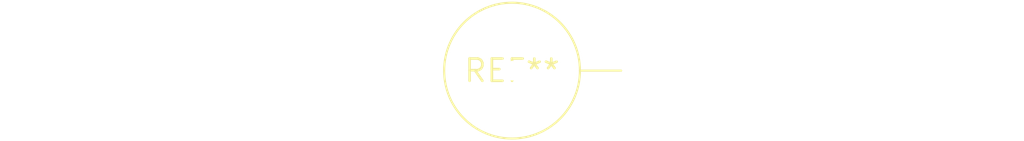
<source format=kicad_pcb>
(kicad_pcb (version 20240108) (generator pcbnew)
  (layers (0 "F.Cu" signal) (31 "B.Cu" signal) (34 "B.Paste" user) (35 "F.Paste" user) (36 "B.SilkS" user "B.Silkscreen") (37 "F.SilkS" user "F.Silkscreen") (38 "B.Mask" user) (39 "F.Mask" user) (44 "Edge.Cuts" user))
  (net 0 "")
  (footprint "L_Axial_L16.0mm_D7.5mm_P7.62mm_Vertical_Fastron_XHBCC" (layer "F.Cu") (at 0 0)
    (property "Reference" "REF**")
    (property "Value" "L_Axial_L16.0mm_D7.5mm_P7.62mm_Vertical_Fastron_XHBCC")
    (fp_line (start 3.87 0) (end 6.22 0) (layer "F.SilkS") (stroke (width 0.12)))
    (fp_circle (center 0 0) (end 3.87 0) (layer "F.SilkS") (stroke (width 0.12)) (fill none))
    (pad "1" thru_hole circle (at 0 0) (size 2.2 2.2) (drill 1.1) (layers *.Cu *.Mask) (remove_unused_layers))
    (pad "2" thru_hole oval (at 7.62 0) (size 2.2 2.2) (drill 1.1) (layers *.Cu *.Mask) (remove_unused_layers))
  )
)
</source>
